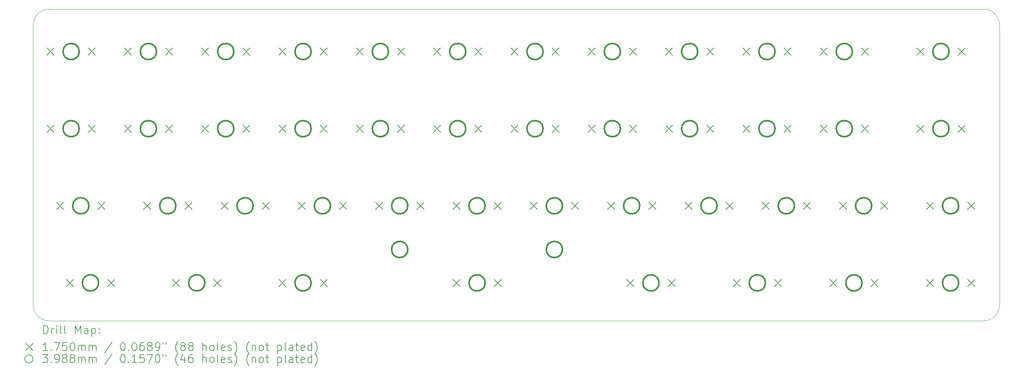
<source format=gbr>
%TF.GenerationSoftware,KiCad,Pcbnew,7.0.9*%
%TF.CreationDate,2024-02-13T22:10:16+01:00*%
%TF.ProjectId,bratski_keyboard,62726174-736b-4695-9f6b-6579626f6172,rev?*%
%TF.SameCoordinates,Original*%
%TF.FileFunction,Drillmap*%
%TF.FilePolarity,Positive*%
%FSLAX45Y45*%
G04 Gerber Fmt 4.5, Leading zero omitted, Abs format (unit mm)*
G04 Created by KiCad (PCBNEW 7.0.9) date 2024-02-13 22:10:16*
%MOMM*%
%LPD*%
G01*
G04 APERTURE LIST*
%ADD10C,0.100000*%
%ADD11C,0.200000*%
%ADD12C,0.175000*%
%ADD13C,0.398780*%
G04 APERTURE END LIST*
D10*
X3492500Y-4286250D02*
G75*
G03*
X3095625Y-4683125I0J-396875D01*
G01*
X3095625Y-11588750D02*
G75*
G03*
X3492500Y-11985625I396875J0D01*
G01*
X26511250Y-4286250D02*
X3492500Y-4286250D01*
X26908125Y-11588750D02*
X26908125Y-4683125D01*
X26908130Y-4683125D02*
G75*
G03*
X26511250Y-4286250I-396880J-5D01*
G01*
X3095625Y-4683125D02*
X3095625Y-11588750D01*
X26511250Y-11985625D02*
G75*
G03*
X26908125Y-11588750I0J396875D01*
G01*
X3492500Y-11985625D02*
X26511250Y-11985625D01*
D11*
D12*
X3436750Y-5246500D02*
X3611750Y-5421500D01*
X3611750Y-5246500D02*
X3436750Y-5421500D01*
X3436750Y-7151500D02*
X3611750Y-7326500D01*
X3611750Y-7151500D02*
X3436750Y-7326500D01*
X3674875Y-9056500D02*
X3849875Y-9231500D01*
X3849875Y-9056500D02*
X3674875Y-9231500D01*
X3913000Y-10961500D02*
X4088000Y-11136500D01*
X4088000Y-10961500D02*
X3913000Y-11136500D01*
X4452750Y-5246500D02*
X4627750Y-5421500D01*
X4627750Y-5246500D02*
X4452750Y-5421500D01*
X4452750Y-7151500D02*
X4627750Y-7326500D01*
X4627750Y-7151500D02*
X4452750Y-7326500D01*
X4690875Y-9056500D02*
X4865875Y-9231500D01*
X4865875Y-9056500D02*
X4690875Y-9231500D01*
X4929000Y-10961500D02*
X5104000Y-11136500D01*
X5104000Y-10961500D02*
X4929000Y-11136500D01*
X5341750Y-5246500D02*
X5516750Y-5421500D01*
X5516750Y-5246500D02*
X5341750Y-5421500D01*
X5341750Y-7151500D02*
X5516750Y-7326500D01*
X5516750Y-7151500D02*
X5341750Y-7326500D01*
X5818000Y-9056500D02*
X5993000Y-9231500D01*
X5993000Y-9056500D02*
X5818000Y-9231500D01*
X6357750Y-5246500D02*
X6532750Y-5421500D01*
X6532750Y-5246500D02*
X6357750Y-5421500D01*
X6357750Y-7151500D02*
X6532750Y-7326500D01*
X6532750Y-7151500D02*
X6357750Y-7326500D01*
X6532375Y-10961500D02*
X6707375Y-11136500D01*
X6707375Y-10961500D02*
X6532375Y-11136500D01*
X6834000Y-9056500D02*
X7009000Y-9231500D01*
X7009000Y-9056500D02*
X6834000Y-9231500D01*
X7246750Y-5246500D02*
X7421750Y-5421500D01*
X7421750Y-5246500D02*
X7246750Y-5421500D01*
X7246750Y-7151500D02*
X7421750Y-7326500D01*
X7421750Y-7151500D02*
X7246750Y-7326500D01*
X7548375Y-10961500D02*
X7723375Y-11136500D01*
X7723375Y-10961500D02*
X7548375Y-11136500D01*
X7723000Y-9056500D02*
X7898000Y-9231500D01*
X7898000Y-9056500D02*
X7723000Y-9231500D01*
X8262750Y-5246500D02*
X8437750Y-5421500D01*
X8437750Y-5246500D02*
X8262750Y-5421500D01*
X8262750Y-7151500D02*
X8437750Y-7326500D01*
X8437750Y-7151500D02*
X8262750Y-7326500D01*
X8739000Y-9056500D02*
X8914000Y-9231500D01*
X8914000Y-9056500D02*
X8739000Y-9231500D01*
X9151750Y-5246500D02*
X9326750Y-5421500D01*
X9326750Y-5246500D02*
X9151750Y-5421500D01*
X9151750Y-7151500D02*
X9326750Y-7326500D01*
X9326750Y-7151500D02*
X9151750Y-7326500D01*
X9151750Y-10961500D02*
X9326750Y-11136500D01*
X9326750Y-10961500D02*
X9151750Y-11136500D01*
X9628000Y-9056500D02*
X9803000Y-9231500D01*
X9803000Y-9056500D02*
X9628000Y-9231500D01*
X10167750Y-5246500D02*
X10342750Y-5421500D01*
X10342750Y-5246500D02*
X10167750Y-5421500D01*
X10167750Y-7151500D02*
X10342750Y-7326500D01*
X10342750Y-7151500D02*
X10167750Y-7326500D01*
X10167750Y-10961500D02*
X10342750Y-11136500D01*
X10342750Y-10961500D02*
X10167750Y-11136500D01*
X10644000Y-9056500D02*
X10819000Y-9231500D01*
X10819000Y-9056500D02*
X10644000Y-9231500D01*
X11056750Y-5246500D02*
X11231750Y-5421500D01*
X11231750Y-5246500D02*
X11056750Y-5421500D01*
X11056750Y-7151500D02*
X11231750Y-7326500D01*
X11231750Y-7151500D02*
X11056750Y-7326500D01*
X11533000Y-9056500D02*
X11708000Y-9231500D01*
X11708000Y-9056500D02*
X11533000Y-9231500D01*
X12072750Y-5246500D02*
X12247750Y-5421500D01*
X12247750Y-5246500D02*
X12072750Y-5421500D01*
X12072750Y-7151500D02*
X12247750Y-7326500D01*
X12247750Y-7151500D02*
X12072750Y-7326500D01*
X12549000Y-9056500D02*
X12724000Y-9231500D01*
X12724000Y-9056500D02*
X12549000Y-9231500D01*
X12961750Y-5246500D02*
X13136750Y-5421500D01*
X13136750Y-5246500D02*
X12961750Y-5421500D01*
X12961750Y-7151500D02*
X13136750Y-7326500D01*
X13136750Y-7151500D02*
X12961750Y-7326500D01*
X13438000Y-9056500D02*
X13613000Y-9231500D01*
X13613000Y-9056500D02*
X13438000Y-9231500D01*
X13438000Y-10961500D02*
X13613000Y-11136500D01*
X13613000Y-10961500D02*
X13438000Y-11136500D01*
X13977750Y-5246500D02*
X14152750Y-5421500D01*
X14152750Y-5246500D02*
X13977750Y-5421500D01*
X13977750Y-7151500D02*
X14152750Y-7326500D01*
X14152750Y-7151500D02*
X13977750Y-7326500D01*
X14454000Y-9056500D02*
X14629000Y-9231500D01*
X14629000Y-9056500D02*
X14454000Y-9231500D01*
X14454000Y-10961500D02*
X14629000Y-11136500D01*
X14629000Y-10961500D02*
X14454000Y-11136500D01*
X14866750Y-5246500D02*
X15041750Y-5421500D01*
X15041750Y-5246500D02*
X14866750Y-5421500D01*
X14866750Y-7151500D02*
X15041750Y-7326500D01*
X15041750Y-7151500D02*
X14866750Y-7326500D01*
X15343000Y-9056500D02*
X15518000Y-9231500D01*
X15518000Y-9056500D02*
X15343000Y-9231500D01*
X15882750Y-5246500D02*
X16057750Y-5421500D01*
X16057750Y-5246500D02*
X15882750Y-5421500D01*
X15882750Y-7151500D02*
X16057750Y-7326500D01*
X16057750Y-7151500D02*
X15882750Y-7326500D01*
X16359000Y-9056500D02*
X16534000Y-9231500D01*
X16534000Y-9056500D02*
X16359000Y-9231500D01*
X16771750Y-5246500D02*
X16946750Y-5421500D01*
X16946750Y-5246500D02*
X16771750Y-5421500D01*
X16771750Y-7151500D02*
X16946750Y-7326500D01*
X16946750Y-7151500D02*
X16771750Y-7326500D01*
X17248000Y-9056500D02*
X17423000Y-9231500D01*
X17423000Y-9056500D02*
X17248000Y-9231500D01*
X17724250Y-10961500D02*
X17899250Y-11136500D01*
X17899250Y-10961500D02*
X17724250Y-11136500D01*
X17787750Y-5246500D02*
X17962750Y-5421500D01*
X17962750Y-5246500D02*
X17787750Y-5421500D01*
X17787750Y-7151500D02*
X17962750Y-7326500D01*
X17962750Y-7151500D02*
X17787750Y-7326500D01*
X18264000Y-9056500D02*
X18439000Y-9231500D01*
X18439000Y-9056500D02*
X18264000Y-9231500D01*
X18676750Y-5246500D02*
X18851750Y-5421500D01*
X18851750Y-5246500D02*
X18676750Y-5421500D01*
X18676750Y-7151500D02*
X18851750Y-7326500D01*
X18851750Y-7151500D02*
X18676750Y-7326500D01*
X18740250Y-10961500D02*
X18915250Y-11136500D01*
X18915250Y-10961500D02*
X18740250Y-11136500D01*
X19153000Y-9056500D02*
X19328000Y-9231500D01*
X19328000Y-9056500D02*
X19153000Y-9231500D01*
X19692750Y-5246500D02*
X19867750Y-5421500D01*
X19867750Y-5246500D02*
X19692750Y-5421500D01*
X19692750Y-7151500D02*
X19867750Y-7326500D01*
X19867750Y-7151500D02*
X19692750Y-7326500D01*
X20169000Y-9056500D02*
X20344000Y-9231500D01*
X20344000Y-9056500D02*
X20169000Y-9231500D01*
X20343625Y-10961500D02*
X20518625Y-11136500D01*
X20518625Y-10961500D02*
X20343625Y-11136500D01*
X20581750Y-5246500D02*
X20756750Y-5421500D01*
X20756750Y-5246500D02*
X20581750Y-5421500D01*
X20581750Y-7151500D02*
X20756750Y-7326500D01*
X20756750Y-7151500D02*
X20581750Y-7326500D01*
X21058000Y-9056500D02*
X21233000Y-9231500D01*
X21233000Y-9056500D02*
X21058000Y-9231500D01*
X21359625Y-10961500D02*
X21534625Y-11136500D01*
X21534625Y-10961500D02*
X21359625Y-11136500D01*
X21597750Y-5246500D02*
X21772750Y-5421500D01*
X21772750Y-5246500D02*
X21597750Y-5421500D01*
X21597750Y-7151500D02*
X21772750Y-7326500D01*
X21772750Y-7151500D02*
X21597750Y-7326500D01*
X22074000Y-9056500D02*
X22249000Y-9231500D01*
X22249000Y-9056500D02*
X22074000Y-9231500D01*
X22486750Y-5246500D02*
X22661750Y-5421500D01*
X22661750Y-5246500D02*
X22486750Y-5421500D01*
X22486750Y-7151500D02*
X22661750Y-7326500D01*
X22661750Y-7151500D02*
X22486750Y-7326500D01*
X22724875Y-10961500D02*
X22899875Y-11136500D01*
X22899875Y-10961500D02*
X22724875Y-11136500D01*
X22963000Y-9056500D02*
X23138000Y-9231500D01*
X23138000Y-9056500D02*
X22963000Y-9231500D01*
X23502750Y-5246500D02*
X23677750Y-5421500D01*
X23677750Y-5246500D02*
X23502750Y-5421500D01*
X23502750Y-7151500D02*
X23677750Y-7326500D01*
X23677750Y-7151500D02*
X23502750Y-7326500D01*
X23740875Y-10961500D02*
X23915875Y-11136500D01*
X23915875Y-10961500D02*
X23740875Y-11136500D01*
X23979000Y-9056500D02*
X24154000Y-9231500D01*
X24154000Y-9056500D02*
X23979000Y-9231500D01*
X24868000Y-5246500D02*
X25043000Y-5421500D01*
X25043000Y-5246500D02*
X24868000Y-5421500D01*
X24868000Y-7151500D02*
X25043000Y-7326500D01*
X25043000Y-7151500D02*
X24868000Y-7326500D01*
X25106125Y-9056500D02*
X25281125Y-9231500D01*
X25281125Y-9056500D02*
X25106125Y-9231500D01*
X25106125Y-10961500D02*
X25281125Y-11136500D01*
X25281125Y-10961500D02*
X25106125Y-11136500D01*
X25884000Y-5246500D02*
X26059000Y-5421500D01*
X26059000Y-5246500D02*
X25884000Y-5421500D01*
X25884000Y-7151500D02*
X26059000Y-7326500D01*
X26059000Y-7151500D02*
X25884000Y-7326500D01*
X26122125Y-9056500D02*
X26297125Y-9231500D01*
X26297125Y-9056500D02*
X26122125Y-9231500D01*
X26122125Y-10961500D02*
X26297125Y-11136500D01*
X26297125Y-10961500D02*
X26122125Y-11136500D01*
D13*
X4231640Y-5334000D02*
G75*
G03*
X4231640Y-5334000I-199390J0D01*
G01*
X4231640Y-7239000D02*
G75*
G03*
X4231640Y-7239000I-199390J0D01*
G01*
X4469765Y-9144000D02*
G75*
G03*
X4469765Y-9144000I-199390J0D01*
G01*
X4707890Y-11049000D02*
G75*
G03*
X4707890Y-11049000I-199390J0D01*
G01*
X6136640Y-5334000D02*
G75*
G03*
X6136640Y-5334000I-199390J0D01*
G01*
X6136640Y-7239000D02*
G75*
G03*
X6136640Y-7239000I-199390J0D01*
G01*
X6612890Y-9144000D02*
G75*
G03*
X6612890Y-9144000I-199390J0D01*
G01*
X7327265Y-11049000D02*
G75*
G03*
X7327265Y-11049000I-199390J0D01*
G01*
X8041640Y-5334000D02*
G75*
G03*
X8041640Y-5334000I-199390J0D01*
G01*
X8041640Y-7239000D02*
G75*
G03*
X8041640Y-7239000I-199390J0D01*
G01*
X8517890Y-9144000D02*
G75*
G03*
X8517890Y-9144000I-199390J0D01*
G01*
X9946640Y-5334000D02*
G75*
G03*
X9946640Y-5334000I-199390J0D01*
G01*
X9946640Y-7239000D02*
G75*
G03*
X9946640Y-7239000I-199390J0D01*
G01*
X9946640Y-11049000D02*
G75*
G03*
X9946640Y-11049000I-199390J0D01*
G01*
X10422890Y-9144000D02*
G75*
G03*
X10422890Y-9144000I-199390J0D01*
G01*
X11851640Y-5334000D02*
G75*
G03*
X11851640Y-5334000I-199390J0D01*
G01*
X11851640Y-7239000D02*
G75*
G03*
X11851640Y-7239000I-199390J0D01*
G01*
X12327890Y-9144000D02*
G75*
G03*
X12327890Y-9144000I-199390J0D01*
G01*
X12327890Y-10223500D02*
G75*
G03*
X12327890Y-10223500I-199390J0D01*
G01*
X13756640Y-5334000D02*
G75*
G03*
X13756640Y-5334000I-199390J0D01*
G01*
X13756640Y-7239000D02*
G75*
G03*
X13756640Y-7239000I-199390J0D01*
G01*
X14232890Y-9144000D02*
G75*
G03*
X14232890Y-9144000I-199390J0D01*
G01*
X14232890Y-11049000D02*
G75*
G03*
X14232890Y-11049000I-199390J0D01*
G01*
X15661640Y-5334000D02*
G75*
G03*
X15661640Y-5334000I-199390J0D01*
G01*
X15661640Y-7239000D02*
G75*
G03*
X15661640Y-7239000I-199390J0D01*
G01*
X16137890Y-9144000D02*
G75*
G03*
X16137890Y-9144000I-199390J0D01*
G01*
X16137890Y-10223500D02*
G75*
G03*
X16137890Y-10223500I-199390J0D01*
G01*
X17566640Y-5334000D02*
G75*
G03*
X17566640Y-5334000I-199390J0D01*
G01*
X17566640Y-7239000D02*
G75*
G03*
X17566640Y-7239000I-199390J0D01*
G01*
X18042890Y-9144000D02*
G75*
G03*
X18042890Y-9144000I-199390J0D01*
G01*
X18519140Y-11049000D02*
G75*
G03*
X18519140Y-11049000I-199390J0D01*
G01*
X19471640Y-5334000D02*
G75*
G03*
X19471640Y-5334000I-199390J0D01*
G01*
X19471640Y-7239000D02*
G75*
G03*
X19471640Y-7239000I-199390J0D01*
G01*
X19947890Y-9144000D02*
G75*
G03*
X19947890Y-9144000I-199390J0D01*
G01*
X21138515Y-11049000D02*
G75*
G03*
X21138515Y-11049000I-199390J0D01*
G01*
X21376640Y-5334000D02*
G75*
G03*
X21376640Y-5334000I-199390J0D01*
G01*
X21376640Y-7239000D02*
G75*
G03*
X21376640Y-7239000I-199390J0D01*
G01*
X21852890Y-9144000D02*
G75*
G03*
X21852890Y-9144000I-199390J0D01*
G01*
X23281640Y-5334000D02*
G75*
G03*
X23281640Y-5334000I-199390J0D01*
G01*
X23281640Y-7239000D02*
G75*
G03*
X23281640Y-7239000I-199390J0D01*
G01*
X23519765Y-11049000D02*
G75*
G03*
X23519765Y-11049000I-199390J0D01*
G01*
X23757890Y-9144000D02*
G75*
G03*
X23757890Y-9144000I-199390J0D01*
G01*
X25662890Y-5334000D02*
G75*
G03*
X25662890Y-5334000I-199390J0D01*
G01*
X25662890Y-7239000D02*
G75*
G03*
X25662890Y-7239000I-199390J0D01*
G01*
X25901015Y-9144000D02*
G75*
G03*
X25901015Y-9144000I-199390J0D01*
G01*
X25901015Y-11049000D02*
G75*
G03*
X25901015Y-11049000I-199390J0D01*
G01*
D11*
X3351402Y-12302109D02*
X3351402Y-12102109D01*
X3351402Y-12102109D02*
X3399021Y-12102109D01*
X3399021Y-12102109D02*
X3427592Y-12111633D01*
X3427592Y-12111633D02*
X3446640Y-12130680D01*
X3446640Y-12130680D02*
X3456164Y-12149728D01*
X3456164Y-12149728D02*
X3465687Y-12187823D01*
X3465687Y-12187823D02*
X3465687Y-12216394D01*
X3465687Y-12216394D02*
X3456164Y-12254490D01*
X3456164Y-12254490D02*
X3446640Y-12273537D01*
X3446640Y-12273537D02*
X3427592Y-12292585D01*
X3427592Y-12292585D02*
X3399021Y-12302109D01*
X3399021Y-12302109D02*
X3351402Y-12302109D01*
X3551402Y-12302109D02*
X3551402Y-12168775D01*
X3551402Y-12206871D02*
X3560926Y-12187823D01*
X3560926Y-12187823D02*
X3570449Y-12178299D01*
X3570449Y-12178299D02*
X3589497Y-12168775D01*
X3589497Y-12168775D02*
X3608545Y-12168775D01*
X3675211Y-12302109D02*
X3675211Y-12168775D01*
X3675211Y-12102109D02*
X3665687Y-12111633D01*
X3665687Y-12111633D02*
X3675211Y-12121156D01*
X3675211Y-12121156D02*
X3684735Y-12111633D01*
X3684735Y-12111633D02*
X3675211Y-12102109D01*
X3675211Y-12102109D02*
X3675211Y-12121156D01*
X3799021Y-12302109D02*
X3779973Y-12292585D01*
X3779973Y-12292585D02*
X3770449Y-12273537D01*
X3770449Y-12273537D02*
X3770449Y-12102109D01*
X3903783Y-12302109D02*
X3884735Y-12292585D01*
X3884735Y-12292585D02*
X3875211Y-12273537D01*
X3875211Y-12273537D02*
X3875211Y-12102109D01*
X4132354Y-12302109D02*
X4132354Y-12102109D01*
X4132354Y-12102109D02*
X4199021Y-12244966D01*
X4199021Y-12244966D02*
X4265688Y-12102109D01*
X4265688Y-12102109D02*
X4265688Y-12302109D01*
X4446640Y-12302109D02*
X4446640Y-12197347D01*
X4446640Y-12197347D02*
X4437116Y-12178299D01*
X4437116Y-12178299D02*
X4418069Y-12168775D01*
X4418069Y-12168775D02*
X4379973Y-12168775D01*
X4379973Y-12168775D02*
X4360926Y-12178299D01*
X4446640Y-12292585D02*
X4427592Y-12302109D01*
X4427592Y-12302109D02*
X4379973Y-12302109D01*
X4379973Y-12302109D02*
X4360926Y-12292585D01*
X4360926Y-12292585D02*
X4351402Y-12273537D01*
X4351402Y-12273537D02*
X4351402Y-12254490D01*
X4351402Y-12254490D02*
X4360926Y-12235442D01*
X4360926Y-12235442D02*
X4379973Y-12225918D01*
X4379973Y-12225918D02*
X4427592Y-12225918D01*
X4427592Y-12225918D02*
X4446640Y-12216394D01*
X4541878Y-12168775D02*
X4541878Y-12368775D01*
X4541878Y-12178299D02*
X4560926Y-12168775D01*
X4560926Y-12168775D02*
X4599021Y-12168775D01*
X4599021Y-12168775D02*
X4618069Y-12178299D01*
X4618069Y-12178299D02*
X4627592Y-12187823D01*
X4627592Y-12187823D02*
X4637116Y-12206871D01*
X4637116Y-12206871D02*
X4637116Y-12264013D01*
X4637116Y-12264013D02*
X4627592Y-12283061D01*
X4627592Y-12283061D02*
X4618069Y-12292585D01*
X4618069Y-12292585D02*
X4599021Y-12302109D01*
X4599021Y-12302109D02*
X4560926Y-12302109D01*
X4560926Y-12302109D02*
X4541878Y-12292585D01*
X4722830Y-12283061D02*
X4732354Y-12292585D01*
X4732354Y-12292585D02*
X4722830Y-12302109D01*
X4722830Y-12302109D02*
X4713307Y-12292585D01*
X4713307Y-12292585D02*
X4722830Y-12283061D01*
X4722830Y-12283061D02*
X4722830Y-12302109D01*
X4722830Y-12178299D02*
X4732354Y-12187823D01*
X4732354Y-12187823D02*
X4722830Y-12197347D01*
X4722830Y-12197347D02*
X4713307Y-12187823D01*
X4713307Y-12187823D02*
X4722830Y-12178299D01*
X4722830Y-12178299D02*
X4722830Y-12197347D01*
D12*
X2915625Y-12543125D02*
X3090625Y-12718125D01*
X3090625Y-12543125D02*
X2915625Y-12718125D01*
D11*
X3456164Y-12722109D02*
X3341878Y-12722109D01*
X3399021Y-12722109D02*
X3399021Y-12522109D01*
X3399021Y-12522109D02*
X3379973Y-12550680D01*
X3379973Y-12550680D02*
X3360926Y-12569728D01*
X3360926Y-12569728D02*
X3341878Y-12579252D01*
X3541878Y-12703061D02*
X3551402Y-12712585D01*
X3551402Y-12712585D02*
X3541878Y-12722109D01*
X3541878Y-12722109D02*
X3532354Y-12712585D01*
X3532354Y-12712585D02*
X3541878Y-12703061D01*
X3541878Y-12703061D02*
X3541878Y-12722109D01*
X3618068Y-12522109D02*
X3751402Y-12522109D01*
X3751402Y-12522109D02*
X3665687Y-12722109D01*
X3922830Y-12522109D02*
X3827592Y-12522109D01*
X3827592Y-12522109D02*
X3818068Y-12617347D01*
X3818068Y-12617347D02*
X3827592Y-12607823D01*
X3827592Y-12607823D02*
X3846640Y-12598299D01*
X3846640Y-12598299D02*
X3894259Y-12598299D01*
X3894259Y-12598299D02*
X3913307Y-12607823D01*
X3913307Y-12607823D02*
X3922830Y-12617347D01*
X3922830Y-12617347D02*
X3932354Y-12636394D01*
X3932354Y-12636394D02*
X3932354Y-12684013D01*
X3932354Y-12684013D02*
X3922830Y-12703061D01*
X3922830Y-12703061D02*
X3913307Y-12712585D01*
X3913307Y-12712585D02*
X3894259Y-12722109D01*
X3894259Y-12722109D02*
X3846640Y-12722109D01*
X3846640Y-12722109D02*
X3827592Y-12712585D01*
X3827592Y-12712585D02*
X3818068Y-12703061D01*
X4056164Y-12522109D02*
X4075211Y-12522109D01*
X4075211Y-12522109D02*
X4094259Y-12531633D01*
X4094259Y-12531633D02*
X4103783Y-12541156D01*
X4103783Y-12541156D02*
X4113307Y-12560204D01*
X4113307Y-12560204D02*
X4122830Y-12598299D01*
X4122830Y-12598299D02*
X4122830Y-12645918D01*
X4122830Y-12645918D02*
X4113307Y-12684013D01*
X4113307Y-12684013D02*
X4103783Y-12703061D01*
X4103783Y-12703061D02*
X4094259Y-12712585D01*
X4094259Y-12712585D02*
X4075211Y-12722109D01*
X4075211Y-12722109D02*
X4056164Y-12722109D01*
X4056164Y-12722109D02*
X4037116Y-12712585D01*
X4037116Y-12712585D02*
X4027592Y-12703061D01*
X4027592Y-12703061D02*
X4018068Y-12684013D01*
X4018068Y-12684013D02*
X4008545Y-12645918D01*
X4008545Y-12645918D02*
X4008545Y-12598299D01*
X4008545Y-12598299D02*
X4018068Y-12560204D01*
X4018068Y-12560204D02*
X4027592Y-12541156D01*
X4027592Y-12541156D02*
X4037116Y-12531633D01*
X4037116Y-12531633D02*
X4056164Y-12522109D01*
X4208545Y-12722109D02*
X4208545Y-12588775D01*
X4208545Y-12607823D02*
X4218069Y-12598299D01*
X4218069Y-12598299D02*
X4237116Y-12588775D01*
X4237116Y-12588775D02*
X4265688Y-12588775D01*
X4265688Y-12588775D02*
X4284735Y-12598299D01*
X4284735Y-12598299D02*
X4294259Y-12617347D01*
X4294259Y-12617347D02*
X4294259Y-12722109D01*
X4294259Y-12617347D02*
X4303783Y-12598299D01*
X4303783Y-12598299D02*
X4322830Y-12588775D01*
X4322830Y-12588775D02*
X4351402Y-12588775D01*
X4351402Y-12588775D02*
X4370450Y-12598299D01*
X4370450Y-12598299D02*
X4379973Y-12617347D01*
X4379973Y-12617347D02*
X4379973Y-12722109D01*
X4475211Y-12722109D02*
X4475211Y-12588775D01*
X4475211Y-12607823D02*
X4484735Y-12598299D01*
X4484735Y-12598299D02*
X4503783Y-12588775D01*
X4503783Y-12588775D02*
X4532354Y-12588775D01*
X4532354Y-12588775D02*
X4551402Y-12598299D01*
X4551402Y-12598299D02*
X4560926Y-12617347D01*
X4560926Y-12617347D02*
X4560926Y-12722109D01*
X4560926Y-12617347D02*
X4570450Y-12598299D01*
X4570450Y-12598299D02*
X4589497Y-12588775D01*
X4589497Y-12588775D02*
X4618069Y-12588775D01*
X4618069Y-12588775D02*
X4637116Y-12598299D01*
X4637116Y-12598299D02*
X4646640Y-12617347D01*
X4646640Y-12617347D02*
X4646640Y-12722109D01*
X5037116Y-12512585D02*
X4865688Y-12769728D01*
X5294259Y-12522109D02*
X5313307Y-12522109D01*
X5313307Y-12522109D02*
X5332354Y-12531633D01*
X5332354Y-12531633D02*
X5341878Y-12541156D01*
X5341878Y-12541156D02*
X5351402Y-12560204D01*
X5351402Y-12560204D02*
X5360926Y-12598299D01*
X5360926Y-12598299D02*
X5360926Y-12645918D01*
X5360926Y-12645918D02*
X5351402Y-12684013D01*
X5351402Y-12684013D02*
X5341878Y-12703061D01*
X5341878Y-12703061D02*
X5332354Y-12712585D01*
X5332354Y-12712585D02*
X5313307Y-12722109D01*
X5313307Y-12722109D02*
X5294259Y-12722109D01*
X5294259Y-12722109D02*
X5275212Y-12712585D01*
X5275212Y-12712585D02*
X5265688Y-12703061D01*
X5265688Y-12703061D02*
X5256164Y-12684013D01*
X5256164Y-12684013D02*
X5246640Y-12645918D01*
X5246640Y-12645918D02*
X5246640Y-12598299D01*
X5246640Y-12598299D02*
X5256164Y-12560204D01*
X5256164Y-12560204D02*
X5265688Y-12541156D01*
X5265688Y-12541156D02*
X5275212Y-12531633D01*
X5275212Y-12531633D02*
X5294259Y-12522109D01*
X5446640Y-12703061D02*
X5456164Y-12712585D01*
X5456164Y-12712585D02*
X5446640Y-12722109D01*
X5446640Y-12722109D02*
X5437116Y-12712585D01*
X5437116Y-12712585D02*
X5446640Y-12703061D01*
X5446640Y-12703061D02*
X5446640Y-12722109D01*
X5579973Y-12522109D02*
X5599021Y-12522109D01*
X5599021Y-12522109D02*
X5618069Y-12531633D01*
X5618069Y-12531633D02*
X5627592Y-12541156D01*
X5627592Y-12541156D02*
X5637116Y-12560204D01*
X5637116Y-12560204D02*
X5646640Y-12598299D01*
X5646640Y-12598299D02*
X5646640Y-12645918D01*
X5646640Y-12645918D02*
X5637116Y-12684013D01*
X5637116Y-12684013D02*
X5627592Y-12703061D01*
X5627592Y-12703061D02*
X5618069Y-12712585D01*
X5618069Y-12712585D02*
X5599021Y-12722109D01*
X5599021Y-12722109D02*
X5579973Y-12722109D01*
X5579973Y-12722109D02*
X5560926Y-12712585D01*
X5560926Y-12712585D02*
X5551402Y-12703061D01*
X5551402Y-12703061D02*
X5541878Y-12684013D01*
X5541878Y-12684013D02*
X5532354Y-12645918D01*
X5532354Y-12645918D02*
X5532354Y-12598299D01*
X5532354Y-12598299D02*
X5541878Y-12560204D01*
X5541878Y-12560204D02*
X5551402Y-12541156D01*
X5551402Y-12541156D02*
X5560926Y-12531633D01*
X5560926Y-12531633D02*
X5579973Y-12522109D01*
X5818069Y-12522109D02*
X5779973Y-12522109D01*
X5779973Y-12522109D02*
X5760926Y-12531633D01*
X5760926Y-12531633D02*
X5751402Y-12541156D01*
X5751402Y-12541156D02*
X5732354Y-12569728D01*
X5732354Y-12569728D02*
X5722831Y-12607823D01*
X5722831Y-12607823D02*
X5722831Y-12684013D01*
X5722831Y-12684013D02*
X5732354Y-12703061D01*
X5732354Y-12703061D02*
X5741878Y-12712585D01*
X5741878Y-12712585D02*
X5760926Y-12722109D01*
X5760926Y-12722109D02*
X5799021Y-12722109D01*
X5799021Y-12722109D02*
X5818069Y-12712585D01*
X5818069Y-12712585D02*
X5827592Y-12703061D01*
X5827592Y-12703061D02*
X5837116Y-12684013D01*
X5837116Y-12684013D02*
X5837116Y-12636394D01*
X5837116Y-12636394D02*
X5827592Y-12617347D01*
X5827592Y-12617347D02*
X5818069Y-12607823D01*
X5818069Y-12607823D02*
X5799021Y-12598299D01*
X5799021Y-12598299D02*
X5760926Y-12598299D01*
X5760926Y-12598299D02*
X5741878Y-12607823D01*
X5741878Y-12607823D02*
X5732354Y-12617347D01*
X5732354Y-12617347D02*
X5722831Y-12636394D01*
X5951402Y-12607823D02*
X5932354Y-12598299D01*
X5932354Y-12598299D02*
X5922831Y-12588775D01*
X5922831Y-12588775D02*
X5913307Y-12569728D01*
X5913307Y-12569728D02*
X5913307Y-12560204D01*
X5913307Y-12560204D02*
X5922831Y-12541156D01*
X5922831Y-12541156D02*
X5932354Y-12531633D01*
X5932354Y-12531633D02*
X5951402Y-12522109D01*
X5951402Y-12522109D02*
X5989497Y-12522109D01*
X5989497Y-12522109D02*
X6008545Y-12531633D01*
X6008545Y-12531633D02*
X6018069Y-12541156D01*
X6018069Y-12541156D02*
X6027592Y-12560204D01*
X6027592Y-12560204D02*
X6027592Y-12569728D01*
X6027592Y-12569728D02*
X6018069Y-12588775D01*
X6018069Y-12588775D02*
X6008545Y-12598299D01*
X6008545Y-12598299D02*
X5989497Y-12607823D01*
X5989497Y-12607823D02*
X5951402Y-12607823D01*
X5951402Y-12607823D02*
X5932354Y-12617347D01*
X5932354Y-12617347D02*
X5922831Y-12626871D01*
X5922831Y-12626871D02*
X5913307Y-12645918D01*
X5913307Y-12645918D02*
X5913307Y-12684013D01*
X5913307Y-12684013D02*
X5922831Y-12703061D01*
X5922831Y-12703061D02*
X5932354Y-12712585D01*
X5932354Y-12712585D02*
X5951402Y-12722109D01*
X5951402Y-12722109D02*
X5989497Y-12722109D01*
X5989497Y-12722109D02*
X6008545Y-12712585D01*
X6008545Y-12712585D02*
X6018069Y-12703061D01*
X6018069Y-12703061D02*
X6027592Y-12684013D01*
X6027592Y-12684013D02*
X6027592Y-12645918D01*
X6027592Y-12645918D02*
X6018069Y-12626871D01*
X6018069Y-12626871D02*
X6008545Y-12617347D01*
X6008545Y-12617347D02*
X5989497Y-12607823D01*
X6122831Y-12722109D02*
X6160926Y-12722109D01*
X6160926Y-12722109D02*
X6179973Y-12712585D01*
X6179973Y-12712585D02*
X6189497Y-12703061D01*
X6189497Y-12703061D02*
X6208545Y-12674490D01*
X6208545Y-12674490D02*
X6218069Y-12636394D01*
X6218069Y-12636394D02*
X6218069Y-12560204D01*
X6218069Y-12560204D02*
X6208545Y-12541156D01*
X6208545Y-12541156D02*
X6199021Y-12531633D01*
X6199021Y-12531633D02*
X6179973Y-12522109D01*
X6179973Y-12522109D02*
X6141878Y-12522109D01*
X6141878Y-12522109D02*
X6122831Y-12531633D01*
X6122831Y-12531633D02*
X6113307Y-12541156D01*
X6113307Y-12541156D02*
X6103783Y-12560204D01*
X6103783Y-12560204D02*
X6103783Y-12607823D01*
X6103783Y-12607823D02*
X6113307Y-12626871D01*
X6113307Y-12626871D02*
X6122831Y-12636394D01*
X6122831Y-12636394D02*
X6141878Y-12645918D01*
X6141878Y-12645918D02*
X6179973Y-12645918D01*
X6179973Y-12645918D02*
X6199021Y-12636394D01*
X6199021Y-12636394D02*
X6208545Y-12626871D01*
X6208545Y-12626871D02*
X6218069Y-12607823D01*
X6294259Y-12522109D02*
X6294259Y-12560204D01*
X6370450Y-12522109D02*
X6370450Y-12560204D01*
X6665688Y-12798299D02*
X6656164Y-12788775D01*
X6656164Y-12788775D02*
X6637116Y-12760204D01*
X6637116Y-12760204D02*
X6627593Y-12741156D01*
X6627593Y-12741156D02*
X6618069Y-12712585D01*
X6618069Y-12712585D02*
X6608545Y-12664966D01*
X6608545Y-12664966D02*
X6608545Y-12626871D01*
X6608545Y-12626871D02*
X6618069Y-12579252D01*
X6618069Y-12579252D02*
X6627593Y-12550680D01*
X6627593Y-12550680D02*
X6637116Y-12531633D01*
X6637116Y-12531633D02*
X6656164Y-12503061D01*
X6656164Y-12503061D02*
X6665688Y-12493537D01*
X6770450Y-12607823D02*
X6751402Y-12598299D01*
X6751402Y-12598299D02*
X6741878Y-12588775D01*
X6741878Y-12588775D02*
X6732354Y-12569728D01*
X6732354Y-12569728D02*
X6732354Y-12560204D01*
X6732354Y-12560204D02*
X6741878Y-12541156D01*
X6741878Y-12541156D02*
X6751402Y-12531633D01*
X6751402Y-12531633D02*
X6770450Y-12522109D01*
X6770450Y-12522109D02*
X6808545Y-12522109D01*
X6808545Y-12522109D02*
X6827593Y-12531633D01*
X6827593Y-12531633D02*
X6837116Y-12541156D01*
X6837116Y-12541156D02*
X6846640Y-12560204D01*
X6846640Y-12560204D02*
X6846640Y-12569728D01*
X6846640Y-12569728D02*
X6837116Y-12588775D01*
X6837116Y-12588775D02*
X6827593Y-12598299D01*
X6827593Y-12598299D02*
X6808545Y-12607823D01*
X6808545Y-12607823D02*
X6770450Y-12607823D01*
X6770450Y-12607823D02*
X6751402Y-12617347D01*
X6751402Y-12617347D02*
X6741878Y-12626871D01*
X6741878Y-12626871D02*
X6732354Y-12645918D01*
X6732354Y-12645918D02*
X6732354Y-12684013D01*
X6732354Y-12684013D02*
X6741878Y-12703061D01*
X6741878Y-12703061D02*
X6751402Y-12712585D01*
X6751402Y-12712585D02*
X6770450Y-12722109D01*
X6770450Y-12722109D02*
X6808545Y-12722109D01*
X6808545Y-12722109D02*
X6827593Y-12712585D01*
X6827593Y-12712585D02*
X6837116Y-12703061D01*
X6837116Y-12703061D02*
X6846640Y-12684013D01*
X6846640Y-12684013D02*
X6846640Y-12645918D01*
X6846640Y-12645918D02*
X6837116Y-12626871D01*
X6837116Y-12626871D02*
X6827593Y-12617347D01*
X6827593Y-12617347D02*
X6808545Y-12607823D01*
X6960926Y-12607823D02*
X6941878Y-12598299D01*
X6941878Y-12598299D02*
X6932354Y-12588775D01*
X6932354Y-12588775D02*
X6922831Y-12569728D01*
X6922831Y-12569728D02*
X6922831Y-12560204D01*
X6922831Y-12560204D02*
X6932354Y-12541156D01*
X6932354Y-12541156D02*
X6941878Y-12531633D01*
X6941878Y-12531633D02*
X6960926Y-12522109D01*
X6960926Y-12522109D02*
X6999021Y-12522109D01*
X6999021Y-12522109D02*
X7018069Y-12531633D01*
X7018069Y-12531633D02*
X7027593Y-12541156D01*
X7027593Y-12541156D02*
X7037116Y-12560204D01*
X7037116Y-12560204D02*
X7037116Y-12569728D01*
X7037116Y-12569728D02*
X7027593Y-12588775D01*
X7027593Y-12588775D02*
X7018069Y-12598299D01*
X7018069Y-12598299D02*
X6999021Y-12607823D01*
X6999021Y-12607823D02*
X6960926Y-12607823D01*
X6960926Y-12607823D02*
X6941878Y-12617347D01*
X6941878Y-12617347D02*
X6932354Y-12626871D01*
X6932354Y-12626871D02*
X6922831Y-12645918D01*
X6922831Y-12645918D02*
X6922831Y-12684013D01*
X6922831Y-12684013D02*
X6932354Y-12703061D01*
X6932354Y-12703061D02*
X6941878Y-12712585D01*
X6941878Y-12712585D02*
X6960926Y-12722109D01*
X6960926Y-12722109D02*
X6999021Y-12722109D01*
X6999021Y-12722109D02*
X7018069Y-12712585D01*
X7018069Y-12712585D02*
X7027593Y-12703061D01*
X7027593Y-12703061D02*
X7037116Y-12684013D01*
X7037116Y-12684013D02*
X7037116Y-12645918D01*
X7037116Y-12645918D02*
X7027593Y-12626871D01*
X7027593Y-12626871D02*
X7018069Y-12617347D01*
X7018069Y-12617347D02*
X6999021Y-12607823D01*
X7275212Y-12722109D02*
X7275212Y-12522109D01*
X7360926Y-12722109D02*
X7360926Y-12617347D01*
X7360926Y-12617347D02*
X7351402Y-12598299D01*
X7351402Y-12598299D02*
X7332355Y-12588775D01*
X7332355Y-12588775D02*
X7303783Y-12588775D01*
X7303783Y-12588775D02*
X7284735Y-12598299D01*
X7284735Y-12598299D02*
X7275212Y-12607823D01*
X7484735Y-12722109D02*
X7465688Y-12712585D01*
X7465688Y-12712585D02*
X7456164Y-12703061D01*
X7456164Y-12703061D02*
X7446640Y-12684013D01*
X7446640Y-12684013D02*
X7446640Y-12626871D01*
X7446640Y-12626871D02*
X7456164Y-12607823D01*
X7456164Y-12607823D02*
X7465688Y-12598299D01*
X7465688Y-12598299D02*
X7484735Y-12588775D01*
X7484735Y-12588775D02*
X7513307Y-12588775D01*
X7513307Y-12588775D02*
X7532355Y-12598299D01*
X7532355Y-12598299D02*
X7541878Y-12607823D01*
X7541878Y-12607823D02*
X7551402Y-12626871D01*
X7551402Y-12626871D02*
X7551402Y-12684013D01*
X7551402Y-12684013D02*
X7541878Y-12703061D01*
X7541878Y-12703061D02*
X7532355Y-12712585D01*
X7532355Y-12712585D02*
X7513307Y-12722109D01*
X7513307Y-12722109D02*
X7484735Y-12722109D01*
X7665688Y-12722109D02*
X7646640Y-12712585D01*
X7646640Y-12712585D02*
X7637116Y-12693537D01*
X7637116Y-12693537D02*
X7637116Y-12522109D01*
X7818069Y-12712585D02*
X7799021Y-12722109D01*
X7799021Y-12722109D02*
X7760926Y-12722109D01*
X7760926Y-12722109D02*
X7741878Y-12712585D01*
X7741878Y-12712585D02*
X7732355Y-12693537D01*
X7732355Y-12693537D02*
X7732355Y-12617347D01*
X7732355Y-12617347D02*
X7741878Y-12598299D01*
X7741878Y-12598299D02*
X7760926Y-12588775D01*
X7760926Y-12588775D02*
X7799021Y-12588775D01*
X7799021Y-12588775D02*
X7818069Y-12598299D01*
X7818069Y-12598299D02*
X7827593Y-12617347D01*
X7827593Y-12617347D02*
X7827593Y-12636394D01*
X7827593Y-12636394D02*
X7732355Y-12655442D01*
X7903783Y-12712585D02*
X7922831Y-12722109D01*
X7922831Y-12722109D02*
X7960926Y-12722109D01*
X7960926Y-12722109D02*
X7979974Y-12712585D01*
X7979974Y-12712585D02*
X7989497Y-12693537D01*
X7989497Y-12693537D02*
X7989497Y-12684013D01*
X7989497Y-12684013D02*
X7979974Y-12664966D01*
X7979974Y-12664966D02*
X7960926Y-12655442D01*
X7960926Y-12655442D02*
X7932355Y-12655442D01*
X7932355Y-12655442D02*
X7913307Y-12645918D01*
X7913307Y-12645918D02*
X7903783Y-12626871D01*
X7903783Y-12626871D02*
X7903783Y-12617347D01*
X7903783Y-12617347D02*
X7913307Y-12598299D01*
X7913307Y-12598299D02*
X7932355Y-12588775D01*
X7932355Y-12588775D02*
X7960926Y-12588775D01*
X7960926Y-12588775D02*
X7979974Y-12598299D01*
X8056164Y-12798299D02*
X8065688Y-12788775D01*
X8065688Y-12788775D02*
X8084736Y-12760204D01*
X8084736Y-12760204D02*
X8094259Y-12741156D01*
X8094259Y-12741156D02*
X8103783Y-12712585D01*
X8103783Y-12712585D02*
X8113307Y-12664966D01*
X8113307Y-12664966D02*
X8113307Y-12626871D01*
X8113307Y-12626871D02*
X8103783Y-12579252D01*
X8103783Y-12579252D02*
X8094259Y-12550680D01*
X8094259Y-12550680D02*
X8084736Y-12531633D01*
X8084736Y-12531633D02*
X8065688Y-12503061D01*
X8065688Y-12503061D02*
X8056164Y-12493537D01*
X8418069Y-12798299D02*
X8408545Y-12788775D01*
X8408545Y-12788775D02*
X8389498Y-12760204D01*
X8389498Y-12760204D02*
X8379974Y-12741156D01*
X8379974Y-12741156D02*
X8370450Y-12712585D01*
X8370450Y-12712585D02*
X8360926Y-12664966D01*
X8360926Y-12664966D02*
X8360926Y-12626871D01*
X8360926Y-12626871D02*
X8370450Y-12579252D01*
X8370450Y-12579252D02*
X8379974Y-12550680D01*
X8379974Y-12550680D02*
X8389498Y-12531633D01*
X8389498Y-12531633D02*
X8408545Y-12503061D01*
X8408545Y-12503061D02*
X8418069Y-12493537D01*
X8494259Y-12588775D02*
X8494259Y-12722109D01*
X8494259Y-12607823D02*
X8503783Y-12598299D01*
X8503783Y-12598299D02*
X8522831Y-12588775D01*
X8522831Y-12588775D02*
X8551402Y-12588775D01*
X8551402Y-12588775D02*
X8570450Y-12598299D01*
X8570450Y-12598299D02*
X8579974Y-12617347D01*
X8579974Y-12617347D02*
X8579974Y-12722109D01*
X8703783Y-12722109D02*
X8684736Y-12712585D01*
X8684736Y-12712585D02*
X8675212Y-12703061D01*
X8675212Y-12703061D02*
X8665688Y-12684013D01*
X8665688Y-12684013D02*
X8665688Y-12626871D01*
X8665688Y-12626871D02*
X8675212Y-12607823D01*
X8675212Y-12607823D02*
X8684736Y-12598299D01*
X8684736Y-12598299D02*
X8703783Y-12588775D01*
X8703783Y-12588775D02*
X8732355Y-12588775D01*
X8732355Y-12588775D02*
X8751402Y-12598299D01*
X8751402Y-12598299D02*
X8760926Y-12607823D01*
X8760926Y-12607823D02*
X8770450Y-12626871D01*
X8770450Y-12626871D02*
X8770450Y-12684013D01*
X8770450Y-12684013D02*
X8760926Y-12703061D01*
X8760926Y-12703061D02*
X8751402Y-12712585D01*
X8751402Y-12712585D02*
X8732355Y-12722109D01*
X8732355Y-12722109D02*
X8703783Y-12722109D01*
X8827593Y-12588775D02*
X8903783Y-12588775D01*
X8856164Y-12522109D02*
X8856164Y-12693537D01*
X8856164Y-12693537D02*
X8865688Y-12712585D01*
X8865688Y-12712585D02*
X8884736Y-12722109D01*
X8884736Y-12722109D02*
X8903783Y-12722109D01*
X9122831Y-12588775D02*
X9122831Y-12788775D01*
X9122831Y-12598299D02*
X9141879Y-12588775D01*
X9141879Y-12588775D02*
X9179974Y-12588775D01*
X9179974Y-12588775D02*
X9199021Y-12598299D01*
X9199021Y-12598299D02*
X9208545Y-12607823D01*
X9208545Y-12607823D02*
X9218069Y-12626871D01*
X9218069Y-12626871D02*
X9218069Y-12684013D01*
X9218069Y-12684013D02*
X9208545Y-12703061D01*
X9208545Y-12703061D02*
X9199021Y-12712585D01*
X9199021Y-12712585D02*
X9179974Y-12722109D01*
X9179974Y-12722109D02*
X9141879Y-12722109D01*
X9141879Y-12722109D02*
X9122831Y-12712585D01*
X9332355Y-12722109D02*
X9313307Y-12712585D01*
X9313307Y-12712585D02*
X9303783Y-12693537D01*
X9303783Y-12693537D02*
X9303783Y-12522109D01*
X9494260Y-12722109D02*
X9494260Y-12617347D01*
X9494260Y-12617347D02*
X9484736Y-12598299D01*
X9484736Y-12598299D02*
X9465688Y-12588775D01*
X9465688Y-12588775D02*
X9427593Y-12588775D01*
X9427593Y-12588775D02*
X9408545Y-12598299D01*
X9494260Y-12712585D02*
X9475212Y-12722109D01*
X9475212Y-12722109D02*
X9427593Y-12722109D01*
X9427593Y-12722109D02*
X9408545Y-12712585D01*
X9408545Y-12712585D02*
X9399021Y-12693537D01*
X9399021Y-12693537D02*
X9399021Y-12674490D01*
X9399021Y-12674490D02*
X9408545Y-12655442D01*
X9408545Y-12655442D02*
X9427593Y-12645918D01*
X9427593Y-12645918D02*
X9475212Y-12645918D01*
X9475212Y-12645918D02*
X9494260Y-12636394D01*
X9560926Y-12588775D02*
X9637117Y-12588775D01*
X9589498Y-12522109D02*
X9589498Y-12693537D01*
X9589498Y-12693537D02*
X9599021Y-12712585D01*
X9599021Y-12712585D02*
X9618069Y-12722109D01*
X9618069Y-12722109D02*
X9637117Y-12722109D01*
X9779974Y-12712585D02*
X9760926Y-12722109D01*
X9760926Y-12722109D02*
X9722831Y-12722109D01*
X9722831Y-12722109D02*
X9703783Y-12712585D01*
X9703783Y-12712585D02*
X9694260Y-12693537D01*
X9694260Y-12693537D02*
X9694260Y-12617347D01*
X9694260Y-12617347D02*
X9703783Y-12598299D01*
X9703783Y-12598299D02*
X9722831Y-12588775D01*
X9722831Y-12588775D02*
X9760926Y-12588775D01*
X9760926Y-12588775D02*
X9779974Y-12598299D01*
X9779974Y-12598299D02*
X9789498Y-12617347D01*
X9789498Y-12617347D02*
X9789498Y-12636394D01*
X9789498Y-12636394D02*
X9694260Y-12655442D01*
X9960926Y-12722109D02*
X9960926Y-12522109D01*
X9960926Y-12712585D02*
X9941879Y-12722109D01*
X9941879Y-12722109D02*
X9903783Y-12722109D01*
X9903783Y-12722109D02*
X9884736Y-12712585D01*
X9884736Y-12712585D02*
X9875212Y-12703061D01*
X9875212Y-12703061D02*
X9865688Y-12684013D01*
X9865688Y-12684013D02*
X9865688Y-12626871D01*
X9865688Y-12626871D02*
X9875212Y-12607823D01*
X9875212Y-12607823D02*
X9884736Y-12598299D01*
X9884736Y-12598299D02*
X9903783Y-12588775D01*
X9903783Y-12588775D02*
X9941879Y-12588775D01*
X9941879Y-12588775D02*
X9960926Y-12598299D01*
X10037117Y-12798299D02*
X10046641Y-12788775D01*
X10046641Y-12788775D02*
X10065688Y-12760204D01*
X10065688Y-12760204D02*
X10075212Y-12741156D01*
X10075212Y-12741156D02*
X10084736Y-12712585D01*
X10084736Y-12712585D02*
X10094260Y-12664966D01*
X10094260Y-12664966D02*
X10094260Y-12626871D01*
X10094260Y-12626871D02*
X10084736Y-12579252D01*
X10084736Y-12579252D02*
X10075212Y-12550680D01*
X10075212Y-12550680D02*
X10065688Y-12531633D01*
X10065688Y-12531633D02*
X10046641Y-12503061D01*
X10046641Y-12503061D02*
X10037117Y-12493537D01*
X3090625Y-12925625D02*
G75*
G03*
X3090625Y-12925625I-100000J0D01*
G01*
X3332354Y-12817109D02*
X3456164Y-12817109D01*
X3456164Y-12817109D02*
X3389497Y-12893299D01*
X3389497Y-12893299D02*
X3418068Y-12893299D01*
X3418068Y-12893299D02*
X3437116Y-12902823D01*
X3437116Y-12902823D02*
X3446640Y-12912347D01*
X3446640Y-12912347D02*
X3456164Y-12931394D01*
X3456164Y-12931394D02*
X3456164Y-12979013D01*
X3456164Y-12979013D02*
X3446640Y-12998061D01*
X3446640Y-12998061D02*
X3437116Y-13007585D01*
X3437116Y-13007585D02*
X3418068Y-13017109D01*
X3418068Y-13017109D02*
X3360926Y-13017109D01*
X3360926Y-13017109D02*
X3341878Y-13007585D01*
X3341878Y-13007585D02*
X3332354Y-12998061D01*
X3541878Y-12998061D02*
X3551402Y-13007585D01*
X3551402Y-13007585D02*
X3541878Y-13017109D01*
X3541878Y-13017109D02*
X3532354Y-13007585D01*
X3532354Y-13007585D02*
X3541878Y-12998061D01*
X3541878Y-12998061D02*
X3541878Y-13017109D01*
X3646640Y-13017109D02*
X3684735Y-13017109D01*
X3684735Y-13017109D02*
X3703783Y-13007585D01*
X3703783Y-13007585D02*
X3713307Y-12998061D01*
X3713307Y-12998061D02*
X3732354Y-12969490D01*
X3732354Y-12969490D02*
X3741878Y-12931394D01*
X3741878Y-12931394D02*
X3741878Y-12855204D01*
X3741878Y-12855204D02*
X3732354Y-12836156D01*
X3732354Y-12836156D02*
X3722830Y-12826633D01*
X3722830Y-12826633D02*
X3703783Y-12817109D01*
X3703783Y-12817109D02*
X3665687Y-12817109D01*
X3665687Y-12817109D02*
X3646640Y-12826633D01*
X3646640Y-12826633D02*
X3637116Y-12836156D01*
X3637116Y-12836156D02*
X3627592Y-12855204D01*
X3627592Y-12855204D02*
X3627592Y-12902823D01*
X3627592Y-12902823D02*
X3637116Y-12921871D01*
X3637116Y-12921871D02*
X3646640Y-12931394D01*
X3646640Y-12931394D02*
X3665687Y-12940918D01*
X3665687Y-12940918D02*
X3703783Y-12940918D01*
X3703783Y-12940918D02*
X3722830Y-12931394D01*
X3722830Y-12931394D02*
X3732354Y-12921871D01*
X3732354Y-12921871D02*
X3741878Y-12902823D01*
X3856164Y-12902823D02*
X3837116Y-12893299D01*
X3837116Y-12893299D02*
X3827592Y-12883775D01*
X3827592Y-12883775D02*
X3818068Y-12864728D01*
X3818068Y-12864728D02*
X3818068Y-12855204D01*
X3818068Y-12855204D02*
X3827592Y-12836156D01*
X3827592Y-12836156D02*
X3837116Y-12826633D01*
X3837116Y-12826633D02*
X3856164Y-12817109D01*
X3856164Y-12817109D02*
X3894259Y-12817109D01*
X3894259Y-12817109D02*
X3913307Y-12826633D01*
X3913307Y-12826633D02*
X3922830Y-12836156D01*
X3922830Y-12836156D02*
X3932354Y-12855204D01*
X3932354Y-12855204D02*
X3932354Y-12864728D01*
X3932354Y-12864728D02*
X3922830Y-12883775D01*
X3922830Y-12883775D02*
X3913307Y-12893299D01*
X3913307Y-12893299D02*
X3894259Y-12902823D01*
X3894259Y-12902823D02*
X3856164Y-12902823D01*
X3856164Y-12902823D02*
X3837116Y-12912347D01*
X3837116Y-12912347D02*
X3827592Y-12921871D01*
X3827592Y-12921871D02*
X3818068Y-12940918D01*
X3818068Y-12940918D02*
X3818068Y-12979013D01*
X3818068Y-12979013D02*
X3827592Y-12998061D01*
X3827592Y-12998061D02*
X3837116Y-13007585D01*
X3837116Y-13007585D02*
X3856164Y-13017109D01*
X3856164Y-13017109D02*
X3894259Y-13017109D01*
X3894259Y-13017109D02*
X3913307Y-13007585D01*
X3913307Y-13007585D02*
X3922830Y-12998061D01*
X3922830Y-12998061D02*
X3932354Y-12979013D01*
X3932354Y-12979013D02*
X3932354Y-12940918D01*
X3932354Y-12940918D02*
X3922830Y-12921871D01*
X3922830Y-12921871D02*
X3913307Y-12912347D01*
X3913307Y-12912347D02*
X3894259Y-12902823D01*
X4046640Y-12902823D02*
X4027592Y-12893299D01*
X4027592Y-12893299D02*
X4018068Y-12883775D01*
X4018068Y-12883775D02*
X4008545Y-12864728D01*
X4008545Y-12864728D02*
X4008545Y-12855204D01*
X4008545Y-12855204D02*
X4018068Y-12836156D01*
X4018068Y-12836156D02*
X4027592Y-12826633D01*
X4027592Y-12826633D02*
X4046640Y-12817109D01*
X4046640Y-12817109D02*
X4084735Y-12817109D01*
X4084735Y-12817109D02*
X4103783Y-12826633D01*
X4103783Y-12826633D02*
X4113307Y-12836156D01*
X4113307Y-12836156D02*
X4122830Y-12855204D01*
X4122830Y-12855204D02*
X4122830Y-12864728D01*
X4122830Y-12864728D02*
X4113307Y-12883775D01*
X4113307Y-12883775D02*
X4103783Y-12893299D01*
X4103783Y-12893299D02*
X4084735Y-12902823D01*
X4084735Y-12902823D02*
X4046640Y-12902823D01*
X4046640Y-12902823D02*
X4027592Y-12912347D01*
X4027592Y-12912347D02*
X4018068Y-12921871D01*
X4018068Y-12921871D02*
X4008545Y-12940918D01*
X4008545Y-12940918D02*
X4008545Y-12979013D01*
X4008545Y-12979013D02*
X4018068Y-12998061D01*
X4018068Y-12998061D02*
X4027592Y-13007585D01*
X4027592Y-13007585D02*
X4046640Y-13017109D01*
X4046640Y-13017109D02*
X4084735Y-13017109D01*
X4084735Y-13017109D02*
X4103783Y-13007585D01*
X4103783Y-13007585D02*
X4113307Y-12998061D01*
X4113307Y-12998061D02*
X4122830Y-12979013D01*
X4122830Y-12979013D02*
X4122830Y-12940918D01*
X4122830Y-12940918D02*
X4113307Y-12921871D01*
X4113307Y-12921871D02*
X4103783Y-12912347D01*
X4103783Y-12912347D02*
X4084735Y-12902823D01*
X4208545Y-13017109D02*
X4208545Y-12883775D01*
X4208545Y-12902823D02*
X4218069Y-12893299D01*
X4218069Y-12893299D02*
X4237116Y-12883775D01*
X4237116Y-12883775D02*
X4265688Y-12883775D01*
X4265688Y-12883775D02*
X4284735Y-12893299D01*
X4284735Y-12893299D02*
X4294259Y-12912347D01*
X4294259Y-12912347D02*
X4294259Y-13017109D01*
X4294259Y-12912347D02*
X4303783Y-12893299D01*
X4303783Y-12893299D02*
X4322830Y-12883775D01*
X4322830Y-12883775D02*
X4351402Y-12883775D01*
X4351402Y-12883775D02*
X4370450Y-12893299D01*
X4370450Y-12893299D02*
X4379973Y-12912347D01*
X4379973Y-12912347D02*
X4379973Y-13017109D01*
X4475211Y-13017109D02*
X4475211Y-12883775D01*
X4475211Y-12902823D02*
X4484735Y-12893299D01*
X4484735Y-12893299D02*
X4503783Y-12883775D01*
X4503783Y-12883775D02*
X4532354Y-12883775D01*
X4532354Y-12883775D02*
X4551402Y-12893299D01*
X4551402Y-12893299D02*
X4560926Y-12912347D01*
X4560926Y-12912347D02*
X4560926Y-13017109D01*
X4560926Y-12912347D02*
X4570450Y-12893299D01*
X4570450Y-12893299D02*
X4589497Y-12883775D01*
X4589497Y-12883775D02*
X4618069Y-12883775D01*
X4618069Y-12883775D02*
X4637116Y-12893299D01*
X4637116Y-12893299D02*
X4646640Y-12912347D01*
X4646640Y-12912347D02*
X4646640Y-13017109D01*
X5037116Y-12807585D02*
X4865688Y-13064728D01*
X5294259Y-12817109D02*
X5313307Y-12817109D01*
X5313307Y-12817109D02*
X5332354Y-12826633D01*
X5332354Y-12826633D02*
X5341878Y-12836156D01*
X5341878Y-12836156D02*
X5351402Y-12855204D01*
X5351402Y-12855204D02*
X5360926Y-12893299D01*
X5360926Y-12893299D02*
X5360926Y-12940918D01*
X5360926Y-12940918D02*
X5351402Y-12979013D01*
X5351402Y-12979013D02*
X5341878Y-12998061D01*
X5341878Y-12998061D02*
X5332354Y-13007585D01*
X5332354Y-13007585D02*
X5313307Y-13017109D01*
X5313307Y-13017109D02*
X5294259Y-13017109D01*
X5294259Y-13017109D02*
X5275212Y-13007585D01*
X5275212Y-13007585D02*
X5265688Y-12998061D01*
X5265688Y-12998061D02*
X5256164Y-12979013D01*
X5256164Y-12979013D02*
X5246640Y-12940918D01*
X5246640Y-12940918D02*
X5246640Y-12893299D01*
X5246640Y-12893299D02*
X5256164Y-12855204D01*
X5256164Y-12855204D02*
X5265688Y-12836156D01*
X5265688Y-12836156D02*
X5275212Y-12826633D01*
X5275212Y-12826633D02*
X5294259Y-12817109D01*
X5446640Y-12998061D02*
X5456164Y-13007585D01*
X5456164Y-13007585D02*
X5446640Y-13017109D01*
X5446640Y-13017109D02*
X5437116Y-13007585D01*
X5437116Y-13007585D02*
X5446640Y-12998061D01*
X5446640Y-12998061D02*
X5446640Y-13017109D01*
X5646640Y-13017109D02*
X5532354Y-13017109D01*
X5589497Y-13017109D02*
X5589497Y-12817109D01*
X5589497Y-12817109D02*
X5570450Y-12845680D01*
X5570450Y-12845680D02*
X5551402Y-12864728D01*
X5551402Y-12864728D02*
X5532354Y-12874252D01*
X5827592Y-12817109D02*
X5732354Y-12817109D01*
X5732354Y-12817109D02*
X5722831Y-12912347D01*
X5722831Y-12912347D02*
X5732354Y-12902823D01*
X5732354Y-12902823D02*
X5751402Y-12893299D01*
X5751402Y-12893299D02*
X5799021Y-12893299D01*
X5799021Y-12893299D02*
X5818069Y-12902823D01*
X5818069Y-12902823D02*
X5827592Y-12912347D01*
X5827592Y-12912347D02*
X5837116Y-12931394D01*
X5837116Y-12931394D02*
X5837116Y-12979013D01*
X5837116Y-12979013D02*
X5827592Y-12998061D01*
X5827592Y-12998061D02*
X5818069Y-13007585D01*
X5818069Y-13007585D02*
X5799021Y-13017109D01*
X5799021Y-13017109D02*
X5751402Y-13017109D01*
X5751402Y-13017109D02*
X5732354Y-13007585D01*
X5732354Y-13007585D02*
X5722831Y-12998061D01*
X5903783Y-12817109D02*
X6037116Y-12817109D01*
X6037116Y-12817109D02*
X5951402Y-13017109D01*
X6151402Y-12817109D02*
X6170450Y-12817109D01*
X6170450Y-12817109D02*
X6189497Y-12826633D01*
X6189497Y-12826633D02*
X6199021Y-12836156D01*
X6199021Y-12836156D02*
X6208545Y-12855204D01*
X6208545Y-12855204D02*
X6218069Y-12893299D01*
X6218069Y-12893299D02*
X6218069Y-12940918D01*
X6218069Y-12940918D02*
X6208545Y-12979013D01*
X6208545Y-12979013D02*
X6199021Y-12998061D01*
X6199021Y-12998061D02*
X6189497Y-13007585D01*
X6189497Y-13007585D02*
X6170450Y-13017109D01*
X6170450Y-13017109D02*
X6151402Y-13017109D01*
X6151402Y-13017109D02*
X6132354Y-13007585D01*
X6132354Y-13007585D02*
X6122831Y-12998061D01*
X6122831Y-12998061D02*
X6113307Y-12979013D01*
X6113307Y-12979013D02*
X6103783Y-12940918D01*
X6103783Y-12940918D02*
X6103783Y-12893299D01*
X6103783Y-12893299D02*
X6113307Y-12855204D01*
X6113307Y-12855204D02*
X6122831Y-12836156D01*
X6122831Y-12836156D02*
X6132354Y-12826633D01*
X6132354Y-12826633D02*
X6151402Y-12817109D01*
X6294259Y-12817109D02*
X6294259Y-12855204D01*
X6370450Y-12817109D02*
X6370450Y-12855204D01*
X6665688Y-13093299D02*
X6656164Y-13083775D01*
X6656164Y-13083775D02*
X6637116Y-13055204D01*
X6637116Y-13055204D02*
X6627593Y-13036156D01*
X6627593Y-13036156D02*
X6618069Y-13007585D01*
X6618069Y-13007585D02*
X6608545Y-12959966D01*
X6608545Y-12959966D02*
X6608545Y-12921871D01*
X6608545Y-12921871D02*
X6618069Y-12874252D01*
X6618069Y-12874252D02*
X6627593Y-12845680D01*
X6627593Y-12845680D02*
X6637116Y-12826633D01*
X6637116Y-12826633D02*
X6656164Y-12798061D01*
X6656164Y-12798061D02*
X6665688Y-12788537D01*
X6827593Y-12883775D02*
X6827593Y-13017109D01*
X6779973Y-12807585D02*
X6732354Y-12950442D01*
X6732354Y-12950442D02*
X6856164Y-12950442D01*
X7018069Y-12817109D02*
X6979973Y-12817109D01*
X6979973Y-12817109D02*
X6960926Y-12826633D01*
X6960926Y-12826633D02*
X6951402Y-12836156D01*
X6951402Y-12836156D02*
X6932354Y-12864728D01*
X6932354Y-12864728D02*
X6922831Y-12902823D01*
X6922831Y-12902823D02*
X6922831Y-12979013D01*
X6922831Y-12979013D02*
X6932354Y-12998061D01*
X6932354Y-12998061D02*
X6941878Y-13007585D01*
X6941878Y-13007585D02*
X6960926Y-13017109D01*
X6960926Y-13017109D02*
X6999021Y-13017109D01*
X6999021Y-13017109D02*
X7018069Y-13007585D01*
X7018069Y-13007585D02*
X7027593Y-12998061D01*
X7027593Y-12998061D02*
X7037116Y-12979013D01*
X7037116Y-12979013D02*
X7037116Y-12931394D01*
X7037116Y-12931394D02*
X7027593Y-12912347D01*
X7027593Y-12912347D02*
X7018069Y-12902823D01*
X7018069Y-12902823D02*
X6999021Y-12893299D01*
X6999021Y-12893299D02*
X6960926Y-12893299D01*
X6960926Y-12893299D02*
X6941878Y-12902823D01*
X6941878Y-12902823D02*
X6932354Y-12912347D01*
X6932354Y-12912347D02*
X6922831Y-12931394D01*
X7275212Y-13017109D02*
X7275212Y-12817109D01*
X7360926Y-13017109D02*
X7360926Y-12912347D01*
X7360926Y-12912347D02*
X7351402Y-12893299D01*
X7351402Y-12893299D02*
X7332355Y-12883775D01*
X7332355Y-12883775D02*
X7303783Y-12883775D01*
X7303783Y-12883775D02*
X7284735Y-12893299D01*
X7284735Y-12893299D02*
X7275212Y-12902823D01*
X7484735Y-13017109D02*
X7465688Y-13007585D01*
X7465688Y-13007585D02*
X7456164Y-12998061D01*
X7456164Y-12998061D02*
X7446640Y-12979013D01*
X7446640Y-12979013D02*
X7446640Y-12921871D01*
X7446640Y-12921871D02*
X7456164Y-12902823D01*
X7456164Y-12902823D02*
X7465688Y-12893299D01*
X7465688Y-12893299D02*
X7484735Y-12883775D01*
X7484735Y-12883775D02*
X7513307Y-12883775D01*
X7513307Y-12883775D02*
X7532355Y-12893299D01*
X7532355Y-12893299D02*
X7541878Y-12902823D01*
X7541878Y-12902823D02*
X7551402Y-12921871D01*
X7551402Y-12921871D02*
X7551402Y-12979013D01*
X7551402Y-12979013D02*
X7541878Y-12998061D01*
X7541878Y-12998061D02*
X7532355Y-13007585D01*
X7532355Y-13007585D02*
X7513307Y-13017109D01*
X7513307Y-13017109D02*
X7484735Y-13017109D01*
X7665688Y-13017109D02*
X7646640Y-13007585D01*
X7646640Y-13007585D02*
X7637116Y-12988537D01*
X7637116Y-12988537D02*
X7637116Y-12817109D01*
X7818069Y-13007585D02*
X7799021Y-13017109D01*
X7799021Y-13017109D02*
X7760926Y-13017109D01*
X7760926Y-13017109D02*
X7741878Y-13007585D01*
X7741878Y-13007585D02*
X7732355Y-12988537D01*
X7732355Y-12988537D02*
X7732355Y-12912347D01*
X7732355Y-12912347D02*
X7741878Y-12893299D01*
X7741878Y-12893299D02*
X7760926Y-12883775D01*
X7760926Y-12883775D02*
X7799021Y-12883775D01*
X7799021Y-12883775D02*
X7818069Y-12893299D01*
X7818069Y-12893299D02*
X7827593Y-12912347D01*
X7827593Y-12912347D02*
X7827593Y-12931394D01*
X7827593Y-12931394D02*
X7732355Y-12950442D01*
X7903783Y-13007585D02*
X7922831Y-13017109D01*
X7922831Y-13017109D02*
X7960926Y-13017109D01*
X7960926Y-13017109D02*
X7979974Y-13007585D01*
X7979974Y-13007585D02*
X7989497Y-12988537D01*
X7989497Y-12988537D02*
X7989497Y-12979013D01*
X7989497Y-12979013D02*
X7979974Y-12959966D01*
X7979974Y-12959966D02*
X7960926Y-12950442D01*
X7960926Y-12950442D02*
X7932355Y-12950442D01*
X7932355Y-12950442D02*
X7913307Y-12940918D01*
X7913307Y-12940918D02*
X7903783Y-12921871D01*
X7903783Y-12921871D02*
X7903783Y-12912347D01*
X7903783Y-12912347D02*
X7913307Y-12893299D01*
X7913307Y-12893299D02*
X7932355Y-12883775D01*
X7932355Y-12883775D02*
X7960926Y-12883775D01*
X7960926Y-12883775D02*
X7979974Y-12893299D01*
X8056164Y-13093299D02*
X8065688Y-13083775D01*
X8065688Y-13083775D02*
X8084736Y-13055204D01*
X8084736Y-13055204D02*
X8094259Y-13036156D01*
X8094259Y-13036156D02*
X8103783Y-13007585D01*
X8103783Y-13007585D02*
X8113307Y-12959966D01*
X8113307Y-12959966D02*
X8113307Y-12921871D01*
X8113307Y-12921871D02*
X8103783Y-12874252D01*
X8103783Y-12874252D02*
X8094259Y-12845680D01*
X8094259Y-12845680D02*
X8084736Y-12826633D01*
X8084736Y-12826633D02*
X8065688Y-12798061D01*
X8065688Y-12798061D02*
X8056164Y-12788537D01*
X8418069Y-13093299D02*
X8408545Y-13083775D01*
X8408545Y-13083775D02*
X8389498Y-13055204D01*
X8389498Y-13055204D02*
X8379974Y-13036156D01*
X8379974Y-13036156D02*
X8370450Y-13007585D01*
X8370450Y-13007585D02*
X8360926Y-12959966D01*
X8360926Y-12959966D02*
X8360926Y-12921871D01*
X8360926Y-12921871D02*
X8370450Y-12874252D01*
X8370450Y-12874252D02*
X8379974Y-12845680D01*
X8379974Y-12845680D02*
X8389498Y-12826633D01*
X8389498Y-12826633D02*
X8408545Y-12798061D01*
X8408545Y-12798061D02*
X8418069Y-12788537D01*
X8494259Y-12883775D02*
X8494259Y-13017109D01*
X8494259Y-12902823D02*
X8503783Y-12893299D01*
X8503783Y-12893299D02*
X8522831Y-12883775D01*
X8522831Y-12883775D02*
X8551402Y-12883775D01*
X8551402Y-12883775D02*
X8570450Y-12893299D01*
X8570450Y-12893299D02*
X8579974Y-12912347D01*
X8579974Y-12912347D02*
X8579974Y-13017109D01*
X8703783Y-13017109D02*
X8684736Y-13007585D01*
X8684736Y-13007585D02*
X8675212Y-12998061D01*
X8675212Y-12998061D02*
X8665688Y-12979013D01*
X8665688Y-12979013D02*
X8665688Y-12921871D01*
X8665688Y-12921871D02*
X8675212Y-12902823D01*
X8675212Y-12902823D02*
X8684736Y-12893299D01*
X8684736Y-12893299D02*
X8703783Y-12883775D01*
X8703783Y-12883775D02*
X8732355Y-12883775D01*
X8732355Y-12883775D02*
X8751402Y-12893299D01*
X8751402Y-12893299D02*
X8760926Y-12902823D01*
X8760926Y-12902823D02*
X8770450Y-12921871D01*
X8770450Y-12921871D02*
X8770450Y-12979013D01*
X8770450Y-12979013D02*
X8760926Y-12998061D01*
X8760926Y-12998061D02*
X8751402Y-13007585D01*
X8751402Y-13007585D02*
X8732355Y-13017109D01*
X8732355Y-13017109D02*
X8703783Y-13017109D01*
X8827593Y-12883775D02*
X8903783Y-12883775D01*
X8856164Y-12817109D02*
X8856164Y-12988537D01*
X8856164Y-12988537D02*
X8865688Y-13007585D01*
X8865688Y-13007585D02*
X8884736Y-13017109D01*
X8884736Y-13017109D02*
X8903783Y-13017109D01*
X9122831Y-12883775D02*
X9122831Y-13083775D01*
X9122831Y-12893299D02*
X9141879Y-12883775D01*
X9141879Y-12883775D02*
X9179974Y-12883775D01*
X9179974Y-12883775D02*
X9199021Y-12893299D01*
X9199021Y-12893299D02*
X9208545Y-12902823D01*
X9208545Y-12902823D02*
X9218069Y-12921871D01*
X9218069Y-12921871D02*
X9218069Y-12979013D01*
X9218069Y-12979013D02*
X9208545Y-12998061D01*
X9208545Y-12998061D02*
X9199021Y-13007585D01*
X9199021Y-13007585D02*
X9179974Y-13017109D01*
X9179974Y-13017109D02*
X9141879Y-13017109D01*
X9141879Y-13017109D02*
X9122831Y-13007585D01*
X9332355Y-13017109D02*
X9313307Y-13007585D01*
X9313307Y-13007585D02*
X9303783Y-12988537D01*
X9303783Y-12988537D02*
X9303783Y-12817109D01*
X9494260Y-13017109D02*
X9494260Y-12912347D01*
X9494260Y-12912347D02*
X9484736Y-12893299D01*
X9484736Y-12893299D02*
X9465688Y-12883775D01*
X9465688Y-12883775D02*
X9427593Y-12883775D01*
X9427593Y-12883775D02*
X9408545Y-12893299D01*
X9494260Y-13007585D02*
X9475212Y-13017109D01*
X9475212Y-13017109D02*
X9427593Y-13017109D01*
X9427593Y-13017109D02*
X9408545Y-13007585D01*
X9408545Y-13007585D02*
X9399021Y-12988537D01*
X9399021Y-12988537D02*
X9399021Y-12969490D01*
X9399021Y-12969490D02*
X9408545Y-12950442D01*
X9408545Y-12950442D02*
X9427593Y-12940918D01*
X9427593Y-12940918D02*
X9475212Y-12940918D01*
X9475212Y-12940918D02*
X9494260Y-12931394D01*
X9560926Y-12883775D02*
X9637117Y-12883775D01*
X9589498Y-12817109D02*
X9589498Y-12988537D01*
X9589498Y-12988537D02*
X9599021Y-13007585D01*
X9599021Y-13007585D02*
X9618069Y-13017109D01*
X9618069Y-13017109D02*
X9637117Y-13017109D01*
X9779974Y-13007585D02*
X9760926Y-13017109D01*
X9760926Y-13017109D02*
X9722831Y-13017109D01*
X9722831Y-13017109D02*
X9703783Y-13007585D01*
X9703783Y-13007585D02*
X9694260Y-12988537D01*
X9694260Y-12988537D02*
X9694260Y-12912347D01*
X9694260Y-12912347D02*
X9703783Y-12893299D01*
X9703783Y-12893299D02*
X9722831Y-12883775D01*
X9722831Y-12883775D02*
X9760926Y-12883775D01*
X9760926Y-12883775D02*
X9779974Y-12893299D01*
X9779974Y-12893299D02*
X9789498Y-12912347D01*
X9789498Y-12912347D02*
X9789498Y-12931394D01*
X9789498Y-12931394D02*
X9694260Y-12950442D01*
X9960926Y-13017109D02*
X9960926Y-12817109D01*
X9960926Y-13007585D02*
X9941879Y-13017109D01*
X9941879Y-13017109D02*
X9903783Y-13017109D01*
X9903783Y-13017109D02*
X9884736Y-13007585D01*
X9884736Y-13007585D02*
X9875212Y-12998061D01*
X9875212Y-12998061D02*
X9865688Y-12979013D01*
X9865688Y-12979013D02*
X9865688Y-12921871D01*
X9865688Y-12921871D02*
X9875212Y-12902823D01*
X9875212Y-12902823D02*
X9884736Y-12893299D01*
X9884736Y-12893299D02*
X9903783Y-12883775D01*
X9903783Y-12883775D02*
X9941879Y-12883775D01*
X9941879Y-12883775D02*
X9960926Y-12893299D01*
X10037117Y-13093299D02*
X10046641Y-13083775D01*
X10046641Y-13083775D02*
X10065688Y-13055204D01*
X10065688Y-13055204D02*
X10075212Y-13036156D01*
X10075212Y-13036156D02*
X10084736Y-13007585D01*
X10084736Y-13007585D02*
X10094260Y-12959966D01*
X10094260Y-12959966D02*
X10094260Y-12921871D01*
X10094260Y-12921871D02*
X10084736Y-12874252D01*
X10084736Y-12874252D02*
X10075212Y-12845680D01*
X10075212Y-12845680D02*
X10065688Y-12826633D01*
X10065688Y-12826633D02*
X10046641Y-12798061D01*
X10046641Y-12798061D02*
X10037117Y-12788537D01*
M02*

</source>
